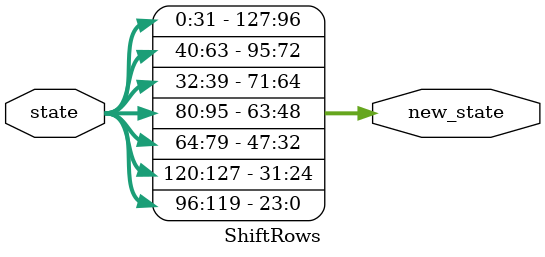
<source format=v>
module ShiftRows (
    input wire [0:127] state,
    output reg [0:127] new_state
);

    assign new_state[0 * 8: 0 * 8 + 7] = state[0 * 8: 0 * 8 + 7];
    assign new_state[1 * 8: 1 * 8 + 7] = state[1 * 8: 1 * 8 + 7];
    assign new_state[2 * 8: 2 * 8 + 7] = state[2 * 8: 2 * 8 + 7];
    assign new_state[3 * 8: 3 * 8 + 7] = state[3 * 8: 3 * 8 + 7];
    assign new_state[4 * 8: 4 * 8 + 7] = state[5 * 8: 5 * 8 + 7];
    assign new_state[5 * 8: 5 * 8 + 7] = state[6 * 8: 6 * 8 + 7];
    assign new_state[6 * 8: 6 * 8 + 7] = state[7 * 8: 7 * 8 + 7];
    assign new_state[7 * 8: 7 * 8 + 7] = state[4 * 8: 4 * 8 + 7];
    assign new_state[8 * 8: 8 * 8 + 7] = state[10 * 8: 10 * 8 + 7];
    assign new_state[9 * 8: 9 * 8 + 7] = state[11 * 8: 11 * 8 + 7];
    assign new_state[10 * 8: 10 * 8 + 7] = state[8 * 8: 8 * 8 + 7];
    assign new_state[11 * 8: 11 * 8 + 7] = state[9 * 8: 9 * 8 + 7];
    assign new_state[12 * 8: 12 * 8 + 7] = state[15 * 8: 15 * 8 + 7];
    assign new_state[13 * 8: 13 * 8 + 7] = state[12 * 8: 12 * 8 + 7];
    assign new_state[14 * 8: 14 * 8 + 7] = state[13 * 8: 13 * 8 + 7];
    assign new_state[15 * 8: 15 * 8 + 7] = state[14 * 8: 14 * 8 + 7];

    
endmodule
</source>
